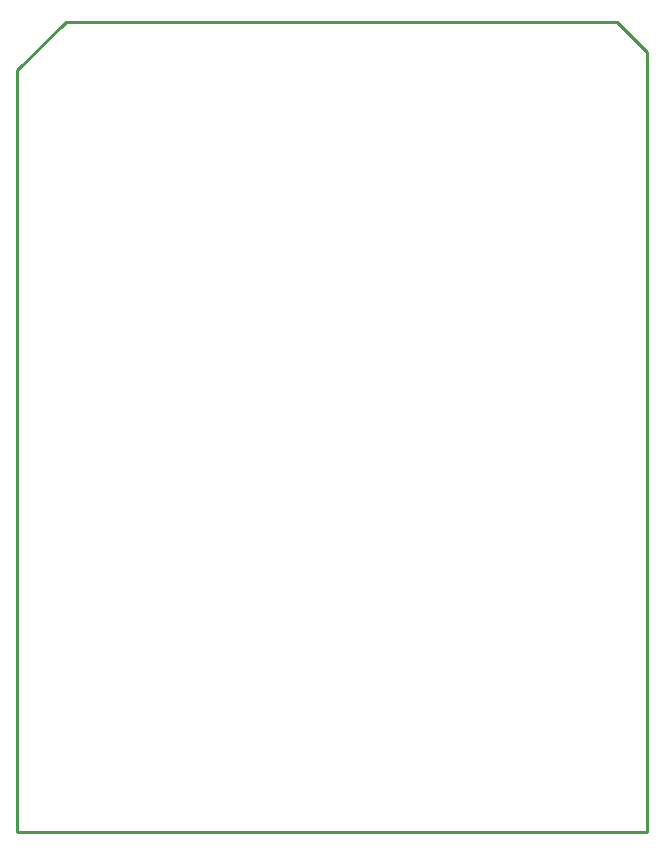
<source format=gm1>
%FSTAX24Y24*%
%MOIN*%
%SFA1B1*%

%IPPOS*%
%ADD23C,0.010000*%
%ADD28C,0.000000*%
%LNklogshield_mb_rev1-1*%
%LPD*%
G54D23*
X03105Y01007D02*
Y01157D01*
X03104Y01006D02*
X03105Y01007D01*
X02567Y01006D02*
X03104D01*
X01005Y01005D02*
X02469D01*
X03105Y01157D02*
Y03605D01*
X0247Y01006D02*
X02567D01*
X01166Y03706D02*
X03004D01*
X0305Y0366*
X03105Y03605*
X01005Y01005D02*
Y03545D01*
X01166Y03706*
X03105Y01007D02*
Y01157D01*
X03104Y01006D02*
X03105Y01007D01*
X02567Y01006D02*
X03104D01*
X01005Y01005D02*
X02469D01*
X03105Y01157D02*
Y03605D01*
X0247Y01006D02*
X02567D01*
X01166Y03706D02*
X03004D01*
X0305Y0366*
X03105Y03605*
X01005Y01005D02*
Y03545D01*
X01166Y03706*
G54D28*
X03105Y01641D02*
Y03605D01*
X01005Y01005D02*
X02208D01*
X01615Y03705D02*
X02905D01*
X01005Y03545D02*
X01065Y03605D01*
X01005Y01005D02*
Y03545D01*
X03105Y01641D02*
Y03605D01*
X01005Y01005D02*
X02208D01*
X01615Y03705D02*
X02905D01*
X01005Y03545D02*
X01065Y03605D01*
X01005Y01005D02*
Y03545D01*
M02*
</source>
